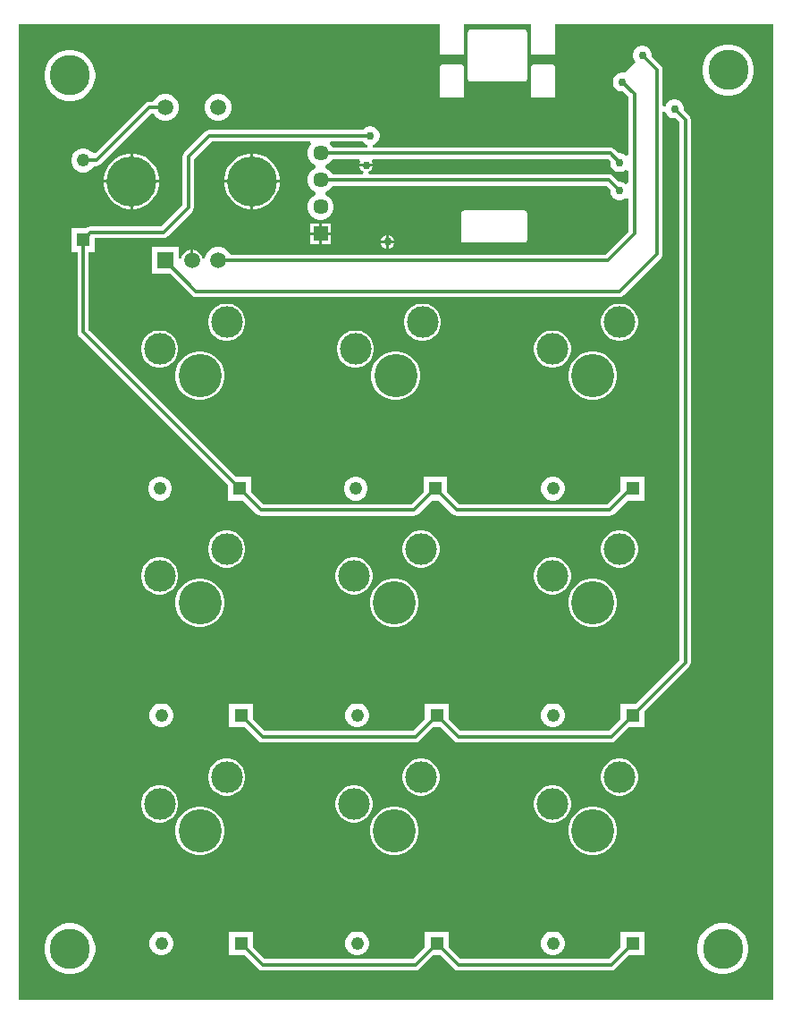
<source format=gbr>
G04*
G04 #@! TF.GenerationSoftware,Altium Limited,Altium Designer,25.8.1 (18)*
G04*
G04 Layer_Physical_Order=1*
G04 Layer_Color=255*
%FSLAX44Y44*%
%MOMM*%
G71*
G04*
G04 #@! TF.SameCoordinates,DF3AAA51-F136-4719-93B0-9B07129043F7*
G04*
G04*
G04 #@! TF.FilePolarity,Positive*
G04*
G01*
G75*
%ADD26C,0.3048*%
%ADD27C,4.0894*%
%ADD28R,1.4500X1.4500*%
%ADD29C,1.4500*%
%ADD30C,3.8100*%
%ADD31C,4.7400*%
%ADD32C,1.5000*%
%ADD33C,3.0000*%
%ADD34R,1.2380X1.2380*%
%ADD35C,1.2380*%
%ADD36R,1.2380X1.2380*%
%ADD37R,1.5000X1.5000*%
%ADD38C,0.7620*%
G36*
X1141656Y20394D02*
X426795D01*
Y943536D01*
X825450D01*
Y917350D01*
X825647Y916359D01*
X826209Y915519D01*
X827049Y914957D01*
X828040Y914760D01*
X845820D01*
X846811Y914957D01*
X847651Y915519D01*
X848213Y916359D01*
X848410Y917350D01*
Y943536D01*
X911810D01*
Y917350D01*
X912007Y916359D01*
X912569Y915519D01*
X913409Y914957D01*
X914400Y914760D01*
X932180D01*
X933171Y914957D01*
X934011Y915519D01*
X934573Y916359D01*
X934770Y917350D01*
Y943536D01*
X1141656D01*
Y20394D01*
D02*
G37*
%LPC*%
G36*
X1018440Y923290D02*
X1016100D01*
X1013839Y922684D01*
X1011811Y921514D01*
X1010156Y919859D01*
X1008986Y917831D01*
X1008380Y915570D01*
Y913230D01*
X1008986Y910969D01*
X1010156Y908941D01*
X1010984Y908114D01*
X1000471Y897601D01*
X999390Y897890D01*
X997050D01*
X994789Y897284D01*
X992761Y896114D01*
X991106Y894459D01*
X989936Y892431D01*
X989330Y890170D01*
Y887830D01*
X989936Y885569D01*
X991106Y883541D01*
X992761Y881886D01*
X994789Y880716D01*
X997050Y880110D01*
X999390D01*
X999413Y880116D01*
X1004212Y875317D01*
Y820433D01*
X1001672Y819381D01*
X1001139Y819914D01*
X999111Y821084D01*
X996850Y821690D01*
X994510D01*
X994487Y821684D01*
X990636Y825536D01*
X988871Y826714D01*
X986790Y827129D01*
X762303D01*
X761968Y829669D01*
X762891Y829916D01*
X764919Y831086D01*
X766574Y832741D01*
X767744Y834769D01*
X768350Y837030D01*
Y839370D01*
X767744Y841631D01*
X766574Y843659D01*
X764919Y845314D01*
X762891Y846484D01*
X760630Y847090D01*
X758290D01*
X756029Y846484D01*
X754001Y845314D01*
X752346Y843659D01*
X752335Y843639D01*
X607060D01*
X604979Y843224D01*
X603214Y842046D01*
X583339Y822170D01*
X582160Y820406D01*
X581746Y818325D01*
Y772318D01*
X561627Y752198D01*
X494132D01*
X492050Y751785D01*
X490614Y750825D01*
X476410D01*
Y728285D01*
X482242D01*
Y652365D01*
X482655Y650284D01*
X483834Y648519D01*
X624585Y507769D01*
Y492920D01*
X639434D01*
X652329Y480024D01*
X654094Y478845D01*
X656175Y478432D01*
X800955D01*
X803036Y478845D01*
X804801Y480024D01*
X817696Y492920D01*
X824854D01*
X837749Y480024D01*
X839514Y478845D01*
X841595Y478432D01*
X986375D01*
X988456Y478845D01*
X990221Y480024D01*
X1003116Y492920D01*
X1019235D01*
Y515460D01*
X996695D01*
Y501881D01*
X984122Y489309D01*
X843848D01*
X832545Y500611D01*
Y515460D01*
X810005D01*
Y500611D01*
X798702Y489309D01*
X658428D01*
X647125Y500611D01*
Y515460D01*
X632276D01*
X493119Y654618D01*
Y728285D01*
X498950D01*
Y741321D01*
X563880D01*
X565961Y741736D01*
X567726Y742914D01*
X591031Y766219D01*
X592209Y767984D01*
X592623Y770065D01*
Y816072D01*
X609313Y832762D01*
X702512D01*
X703564Y830221D01*
X702604Y829261D01*
X700980Y826449D01*
X700140Y823313D01*
Y820067D01*
X700980Y816931D01*
X702604Y814119D01*
X704899Y811824D01*
X707464Y810343D01*
X707668Y808990D01*
X707464Y807637D01*
X704899Y806156D01*
X702604Y803861D01*
X700980Y801049D01*
X700140Y797913D01*
Y794667D01*
X700980Y791531D01*
X702604Y788719D01*
X704899Y786423D01*
X707464Y784943D01*
X707668Y783590D01*
X707464Y782237D01*
X704899Y780757D01*
X702604Y778461D01*
X700980Y775649D01*
X700140Y772513D01*
Y769267D01*
X700980Y766131D01*
X702604Y763319D01*
X704899Y761023D01*
X707711Y759400D01*
X710847Y758560D01*
X714093D01*
X717229Y759400D01*
X720041Y761023D01*
X722337Y763319D01*
X723960Y766131D01*
X724800Y769267D01*
Y772513D01*
X723960Y775649D01*
X722337Y778461D01*
X720041Y780757D01*
X717477Y782237D01*
X717272Y783590D01*
X717477Y784943D01*
X720041Y786423D01*
X722337Y788719D01*
X723568Y790852D01*
X983267D01*
X986796Y787323D01*
X986790Y787300D01*
Y784960D01*
X987396Y782699D01*
X988566Y780671D01*
X990221Y779016D01*
X992249Y777846D01*
X994510Y777240D01*
X996850D01*
X999111Y777846D01*
X1001139Y779016D01*
X1001672Y779549D01*
X1004212Y778497D01*
Y748030D01*
X1004219Y747992D01*
Y747750D01*
X981997Y725528D01*
X626936D01*
X625616Y727814D01*
X623274Y730156D01*
X620406Y731813D01*
X617206Y732670D01*
X613894D01*
X610694Y731813D01*
X607826Y730156D01*
X605484Y727814D01*
X603827Y724946D01*
X602970Y721746D01*
X600473Y721849D01*
X599906Y723965D01*
X598584Y726255D01*
X596715Y728124D01*
X594425Y729446D01*
X591872Y730130D01*
X591820D01*
Y720090D01*
X589280D01*
Y730130D01*
X589228D01*
X586675Y729446D01*
X584385Y728124D01*
X582516Y726255D01*
X581194Y723965D01*
X580670Y722009D01*
X578130Y722343D01*
Y732670D01*
X552970D01*
Y707510D01*
X570439D01*
X590914Y687034D01*
X592679Y685855D01*
X594760Y685442D01*
X995680D01*
X997761Y685855D01*
X999526Y687034D01*
X1035086Y722594D01*
X1036264Y724359D01*
X1036678Y726440D01*
Y860757D01*
X1039219Y861092D01*
X1039466Y860169D01*
X1040636Y858141D01*
X1042291Y856486D01*
X1044319Y855316D01*
X1046580Y854710D01*
X1048920D01*
X1048943Y854716D01*
X1052471Y851187D01*
Y341758D01*
X1011544Y300830D01*
X996695D01*
Y285981D01*
X985392Y274678D01*
X845118D01*
X833815Y285981D01*
Y300830D01*
X811275D01*
Y285981D01*
X799972Y274678D01*
X659698D01*
X648395Y285981D01*
Y300830D01*
X625855D01*
Y278290D01*
X640704D01*
X653599Y265394D01*
X655364Y264216D01*
X657445Y263801D01*
X802225D01*
X804306Y264216D01*
X806071Y265394D01*
X818966Y278290D01*
X826124D01*
X839019Y265394D01*
X840784Y264216D01*
X842865Y263801D01*
X987645D01*
X989726Y264216D01*
X991491Y265394D01*
X1004386Y278290D01*
X1019235D01*
Y293139D01*
X1061756Y335659D01*
X1062934Y337424D01*
X1063348Y339505D01*
Y853440D01*
X1062934Y855521D01*
X1061756Y857286D01*
X1056634Y862407D01*
X1056640Y862430D01*
Y864770D01*
X1056034Y867031D01*
X1054864Y869059D01*
X1053209Y870714D01*
X1051181Y871884D01*
X1048920Y872490D01*
X1046580D01*
X1044319Y871884D01*
X1042291Y870714D01*
X1040636Y869059D01*
X1039466Y867031D01*
X1039219Y866108D01*
X1036678Y866443D01*
Y900430D01*
X1036264Y902511D01*
X1035086Y904276D01*
X1026154Y913207D01*
X1026160Y913230D01*
Y915570D01*
X1025554Y917831D01*
X1024384Y919859D01*
X1022729Y921514D01*
X1020701Y922684D01*
X1018440Y923290D01*
D02*
G37*
G36*
X905510Y938990D02*
X854710D01*
X853719Y938793D01*
X852879Y938231D01*
X852317Y937391D01*
X852120Y936400D01*
Y891950D01*
X852317Y890959D01*
X852879Y890119D01*
X853719Y889557D01*
X854710Y889360D01*
X905510D01*
X906501Y889557D01*
X907341Y890119D01*
X907903Y890959D01*
X908100Y891950D01*
Y936400D01*
X907903Y937391D01*
X907341Y938231D01*
X906501Y938793D01*
X905510Y938990D01*
D02*
G37*
G36*
X1100927Y924560D02*
X1096173D01*
X1091512Y923633D01*
X1087120Y921814D01*
X1083168Y919173D01*
X1079807Y915812D01*
X1077166Y911860D01*
X1075347Y907468D01*
X1074420Y902807D01*
Y898053D01*
X1075347Y893391D01*
X1077166Y889000D01*
X1079807Y885048D01*
X1083168Y881687D01*
X1087120Y879046D01*
X1091512Y877227D01*
X1096173Y876300D01*
X1100927D01*
X1105589Y877227D01*
X1109980Y879046D01*
X1113932Y881687D01*
X1117293Y885048D01*
X1119934Y889000D01*
X1121753Y893391D01*
X1122680Y898053D01*
Y902807D01*
X1121753Y907468D01*
X1119934Y911860D01*
X1117293Y915812D01*
X1113932Y919173D01*
X1109980Y921814D01*
X1105589Y923633D01*
X1100927Y924560D01*
D02*
G37*
G36*
X932180Y905970D02*
X914400D01*
X913409Y905773D01*
X912569Y905211D01*
X912007Y904371D01*
X911810Y903380D01*
Y876710D01*
X912007Y875719D01*
X912569Y874879D01*
X913409Y874317D01*
X914400Y874120D01*
X932180D01*
X933171Y874317D01*
X934011Y874879D01*
X934573Y875719D01*
X934770Y876710D01*
Y903380D01*
X934573Y904371D01*
X934011Y905211D01*
X933171Y905773D01*
X932180Y905970D01*
D02*
G37*
G36*
X845820D02*
X828040D01*
X827049Y905773D01*
X826209Y905211D01*
X825647Y904371D01*
X825450Y903380D01*
Y876710D01*
X825647Y875719D01*
X826209Y874879D01*
X827049Y874317D01*
X828040Y874120D01*
X845820D01*
X846811Y874317D01*
X847651Y874879D01*
X848213Y875719D01*
X848410Y876710D01*
Y903380D01*
X848213Y904371D01*
X847651Y905211D01*
X846811Y905773D01*
X845820Y905970D01*
D02*
G37*
G36*
X477357Y919480D02*
X472603D01*
X467942Y918553D01*
X463550Y916734D01*
X459598Y914093D01*
X456237Y910732D01*
X453596Y906780D01*
X451777Y902389D01*
X450850Y897727D01*
Y892973D01*
X451777Y888311D01*
X453596Y883920D01*
X456237Y879968D01*
X459598Y876607D01*
X463550Y873966D01*
X467942Y872147D01*
X472603Y871220D01*
X477357D01*
X482019Y872147D01*
X486410Y873966D01*
X490362Y876607D01*
X493723Y879968D01*
X496364Y883920D01*
X498183Y888311D01*
X499110Y892973D01*
Y897727D01*
X498183Y902389D01*
X496364Y906780D01*
X493723Y910732D01*
X490362Y914093D01*
X486410Y916734D01*
X482019Y918553D01*
X477357Y919480D01*
D02*
G37*
G36*
X617206Y877670D02*
X613894D01*
X610694Y876813D01*
X607826Y875156D01*
X605484Y872814D01*
X603827Y869946D01*
X602970Y866746D01*
Y863434D01*
X603827Y860234D01*
X605484Y857366D01*
X607826Y855023D01*
X610694Y853367D01*
X613894Y852510D01*
X617206D01*
X620406Y853367D01*
X623274Y855023D01*
X625616Y857366D01*
X627273Y860234D01*
X628130Y863434D01*
Y866746D01*
X627273Y869946D01*
X625616Y872814D01*
X623274Y875156D01*
X620406Y876813D01*
X617206Y877670D01*
D02*
G37*
G36*
X567206D02*
X563894D01*
X560694Y876813D01*
X557826Y875156D01*
X555484Y872814D01*
X554037Y870309D01*
X549910D01*
X547829Y869894D01*
X546064Y868716D01*
X499471Y822122D01*
X498400Y822015D01*
X496150Y822393D01*
X494600Y823943D01*
X492030Y825427D01*
X489164Y826195D01*
X486196D01*
X483330Y825427D01*
X480760Y823943D01*
X478662Y821845D01*
X477178Y819275D01*
X476410Y816409D01*
Y813441D01*
X477178Y810575D01*
X478662Y808005D01*
X480760Y805907D01*
X483330Y804423D01*
X486196Y803655D01*
X489164D01*
X492030Y804423D01*
X494600Y805907D01*
X496698Y808005D01*
X497554Y809486D01*
X499965D01*
X502046Y809901D01*
X503811Y811079D01*
X551952Y859221D01*
X554531Y859016D01*
X555484Y857366D01*
X557826Y855023D01*
X560694Y853367D01*
X563894Y852510D01*
X567206D01*
X570406Y853367D01*
X573274Y855023D01*
X575616Y857366D01*
X577273Y860234D01*
X578130Y863434D01*
Y866746D01*
X577273Y869946D01*
X575616Y872814D01*
X573274Y875156D01*
X570406Y876813D01*
X567206Y877670D01*
D02*
G37*
G36*
X650134Y821330D02*
X648820D01*
Y796360D01*
X673790D01*
Y797674D01*
X672782Y802744D01*
X670804Y807519D01*
X667932Y811817D01*
X664277Y815472D01*
X659979Y818344D01*
X655204Y820322D01*
X650134Y821330D01*
D02*
G37*
G36*
X646280D02*
X644966D01*
X639896Y820322D01*
X635121Y818344D01*
X630823Y815472D01*
X627168Y811817D01*
X624296Y807519D01*
X622318Y802744D01*
X621310Y797674D01*
Y796360D01*
X646280D01*
Y821330D01*
D02*
G37*
G36*
X536134D02*
X534820D01*
Y796360D01*
X559790D01*
Y797674D01*
X558782Y802744D01*
X556804Y807519D01*
X553932Y811817D01*
X550277Y815472D01*
X545979Y818344D01*
X541204Y820322D01*
X536134Y821330D01*
D02*
G37*
G36*
X532280D02*
X530966D01*
X525896Y820322D01*
X521121Y818344D01*
X516823Y815472D01*
X513168Y811817D01*
X510296Y807519D01*
X508318Y802744D01*
X507310Y797674D01*
Y796360D01*
X532280D01*
Y821330D01*
D02*
G37*
G36*
X673790Y793820D02*
X648820D01*
Y768850D01*
X650134D01*
X655204Y769858D01*
X659979Y771836D01*
X664277Y774708D01*
X667932Y778363D01*
X670804Y782661D01*
X672782Y787436D01*
X673790Y792506D01*
Y793820D01*
D02*
G37*
G36*
X646280D02*
X621310D01*
Y792506D01*
X622318Y787436D01*
X624296Y782661D01*
X627168Y778363D01*
X630823Y774708D01*
X635121Y771836D01*
X639896Y769858D01*
X644966Y768850D01*
X646280D01*
Y793820D01*
D02*
G37*
G36*
X559790D02*
X534820D01*
Y768850D01*
X536134D01*
X541204Y769858D01*
X545979Y771836D01*
X550277Y774708D01*
X553932Y778363D01*
X556804Y782661D01*
X558782Y787436D01*
X559790Y792506D01*
Y793820D01*
D02*
G37*
G36*
X532280D02*
X507310D01*
Y792506D01*
X508318Y787436D01*
X510296Y782661D01*
X513168Y778363D01*
X516823Y774708D01*
X521121Y771836D01*
X525896Y769858D01*
X530966Y768850D01*
X532280D01*
Y793820D01*
D02*
G37*
G36*
X722260Y755280D02*
X713740D01*
Y746760D01*
X722260D01*
Y755280D01*
D02*
G37*
G36*
X711200D02*
X702680D01*
Y746760D01*
X711200D01*
Y755280D01*
D02*
G37*
G36*
X777240Y744217D02*
Y739140D01*
X782317D01*
X781353Y741467D01*
X779567Y743253D01*
X777240Y744217D01*
D02*
G37*
G36*
X774700D02*
X772373Y743253D01*
X770587Y741467D01*
X769623Y739140D01*
X774700D01*
Y744217D01*
D02*
G37*
G36*
X905510Y767540D02*
X848360D01*
X847369Y767343D01*
X846529Y766781D01*
X845967Y765941D01*
X845770Y764950D01*
Y739550D01*
X845967Y738559D01*
X846529Y737719D01*
X847369Y737157D01*
X848360Y736960D01*
X905510D01*
X906501Y737157D01*
X907341Y737719D01*
X907903Y738559D01*
X908100Y739550D01*
Y764950D01*
X907903Y765941D01*
X907341Y766781D01*
X906501Y767343D01*
X905510Y767540D01*
D02*
G37*
G36*
X722260Y744220D02*
X713740D01*
Y735700D01*
X722260D01*
Y744220D01*
D02*
G37*
G36*
X711200D02*
X702680D01*
Y735700D01*
X711200D01*
Y744220D01*
D02*
G37*
G36*
X782317Y736600D02*
X777240D01*
Y731523D01*
X779567Y732487D01*
X781353Y734273D01*
X782317Y736600D01*
D02*
G37*
G36*
X774700D02*
X769623D01*
X770587Y734273D01*
X772373Y732487D01*
X774700Y731523D01*
Y736600D01*
D02*
G37*
G36*
X997408Y679210D02*
X993952D01*
X990564Y678536D01*
X987372Y677214D01*
X984499Y675294D01*
X982056Y672851D01*
X980136Y669978D01*
X978814Y666786D01*
X978140Y663398D01*
Y659942D01*
X978814Y656554D01*
X980136Y653362D01*
X982056Y650489D01*
X984499Y648046D01*
X987372Y646126D01*
X990564Y644804D01*
X993952Y644130D01*
X997408D01*
X1000796Y644804D01*
X1003988Y646126D01*
X1006861Y648046D01*
X1009304Y650489D01*
X1011224Y653362D01*
X1012546Y656554D01*
X1013220Y659942D01*
Y663398D01*
X1012546Y666786D01*
X1011224Y669978D01*
X1009304Y672851D01*
X1006861Y675294D01*
X1003988Y677214D01*
X1000796Y678536D01*
X997408Y679210D01*
D02*
G37*
G36*
X810717D02*
X807262D01*
X803874Y678536D01*
X800682Y677214D01*
X797809Y675294D01*
X795366Y672851D01*
X793446Y669978D01*
X792124Y666786D01*
X791450Y663398D01*
Y659942D01*
X792124Y656554D01*
X793446Y653362D01*
X795366Y650489D01*
X797809Y648046D01*
X800682Y646126D01*
X803874Y644804D01*
X807262Y644130D01*
X810717D01*
X814106Y644804D01*
X817298Y646126D01*
X820171Y648046D01*
X822614Y650489D01*
X824534Y653362D01*
X825856Y656554D01*
X826530Y659942D01*
Y663398D01*
X825856Y666786D01*
X824534Y669978D01*
X822614Y672851D01*
X820171Y675294D01*
X817298Y677214D01*
X814106Y678536D01*
X810717Y679210D01*
D02*
G37*
G36*
X625298D02*
X621842D01*
X618454Y678536D01*
X615262Y677214D01*
X612389Y675294D01*
X609946Y672851D01*
X608026Y669978D01*
X606704Y666786D01*
X606030Y663398D01*
Y659942D01*
X606704Y656554D01*
X608026Y653362D01*
X609946Y650489D01*
X612389Y648046D01*
X615262Y646126D01*
X618454Y644804D01*
X621842Y644130D01*
X625298D01*
X628686Y644804D01*
X631878Y646126D01*
X634751Y648046D01*
X637194Y650489D01*
X639114Y653362D01*
X640436Y656554D01*
X641110Y659942D01*
Y663398D01*
X640436Y666786D01*
X639114Y669978D01*
X637194Y672851D01*
X634751Y675294D01*
X631878Y677214D01*
X628686Y678536D01*
X625298Y679210D01*
D02*
G37*
G36*
X933907Y653810D02*
X930452D01*
X927064Y653136D01*
X923872Y651814D01*
X920999Y649894D01*
X918556Y647451D01*
X916636Y644578D01*
X915314Y641386D01*
X914640Y637998D01*
Y634543D01*
X915314Y631154D01*
X916636Y627962D01*
X918556Y625089D01*
X920999Y622646D01*
X923872Y620726D01*
X927064Y619404D01*
X930452Y618730D01*
X933907D01*
X937296Y619404D01*
X940488Y620726D01*
X943361Y622646D01*
X945804Y625089D01*
X947724Y627962D01*
X949046Y631154D01*
X949720Y634543D01*
Y637998D01*
X949046Y641386D01*
X947724Y644578D01*
X945804Y647451D01*
X943361Y649894D01*
X940488Y651814D01*
X937296Y653136D01*
X933907Y653810D01*
D02*
G37*
G36*
X747217D02*
X743763D01*
X740374Y653136D01*
X737182Y651814D01*
X734309Y649894D01*
X731866Y647451D01*
X729946Y644578D01*
X728624Y641386D01*
X727950Y637998D01*
Y634543D01*
X728624Y631154D01*
X729946Y627962D01*
X731866Y625089D01*
X734309Y622646D01*
X737182Y620726D01*
X740374Y619404D01*
X743763Y618730D01*
X747217D01*
X750606Y619404D01*
X753798Y620726D01*
X756671Y622646D01*
X759114Y625089D01*
X761034Y627962D01*
X762356Y631154D01*
X763030Y634543D01*
Y637998D01*
X762356Y641386D01*
X761034Y644578D01*
X759114Y647451D01*
X756671Y649894D01*
X753798Y651814D01*
X750606Y653136D01*
X747217Y653810D01*
D02*
G37*
G36*
X561797D02*
X558343D01*
X554954Y653136D01*
X551762Y651814D01*
X548889Y649894D01*
X546446Y647451D01*
X544526Y644578D01*
X543204Y641386D01*
X542530Y637998D01*
Y634543D01*
X543204Y631154D01*
X544526Y627962D01*
X546446Y625089D01*
X548889Y622646D01*
X551762Y620726D01*
X554954Y619404D01*
X558343Y618730D01*
X561797D01*
X565186Y619404D01*
X568378Y620726D01*
X571251Y622646D01*
X573694Y625089D01*
X575614Y627962D01*
X576936Y631154D01*
X577610Y634543D01*
Y637998D01*
X576936Y641386D01*
X575614Y644578D01*
X573694Y647451D01*
X571251Y649894D01*
X568378Y651814D01*
X565186Y653136D01*
X561797Y653810D01*
D02*
G37*
G36*
X972544Y633857D02*
X968016D01*
X963575Y632974D01*
X959392Y631241D01*
X955627Y628725D01*
X952425Y625523D01*
X949909Y621758D01*
X948176Y617575D01*
X947293Y613134D01*
Y608606D01*
X948176Y604165D01*
X949909Y599982D01*
X952425Y596217D01*
X955627Y593015D01*
X959392Y590499D01*
X963575Y588766D01*
X968016Y587883D01*
X972544D01*
X976985Y588766D01*
X981168Y590499D01*
X984933Y593015D01*
X988135Y596217D01*
X990651Y599982D01*
X992384Y604165D01*
X993267Y608606D01*
Y613134D01*
X992384Y617575D01*
X990651Y621758D01*
X988135Y625523D01*
X984933Y628725D01*
X981168Y631241D01*
X976985Y632974D01*
X972544Y633857D01*
D02*
G37*
G36*
X785854D02*
X781326D01*
X776885Y632974D01*
X772702Y631241D01*
X768937Y628725D01*
X765735Y625523D01*
X763219Y621758D01*
X761486Y617575D01*
X760603Y613134D01*
Y608606D01*
X761486Y604165D01*
X763219Y599982D01*
X765735Y596217D01*
X768937Y593015D01*
X772702Y590499D01*
X776885Y588766D01*
X781326Y587883D01*
X785854D01*
X790295Y588766D01*
X794478Y590499D01*
X798243Y593015D01*
X801445Y596217D01*
X803961Y599982D01*
X805694Y604165D01*
X806577Y608606D01*
Y613134D01*
X805694Y617575D01*
X803961Y621758D01*
X801445Y625523D01*
X798243Y628725D01*
X794478Y631241D01*
X790295Y632974D01*
X785854Y633857D01*
D02*
G37*
G36*
X600434D02*
X595906D01*
X591465Y632974D01*
X587282Y631241D01*
X583517Y628725D01*
X580315Y625523D01*
X577799Y621758D01*
X576066Y617575D01*
X575183Y613134D01*
Y608606D01*
X576066Y604165D01*
X577799Y599982D01*
X580315Y596217D01*
X583517Y593015D01*
X587282Y590499D01*
X591465Y588766D01*
X595906Y587883D01*
X600434D01*
X604875Y588766D01*
X609058Y590499D01*
X612823Y593015D01*
X616025Y596217D01*
X618541Y599982D01*
X620274Y604165D01*
X621157Y608606D01*
Y613134D01*
X620274Y617575D01*
X618541Y621758D01*
X616025Y625523D01*
X612823Y628725D01*
X609058Y631241D01*
X604875Y632974D01*
X600434Y633857D01*
D02*
G37*
G36*
X934079Y515460D02*
X931111D01*
X928245Y514692D01*
X925675Y513208D01*
X923577Y511110D01*
X922093Y508540D01*
X921325Y505674D01*
Y502706D01*
X922093Y499840D01*
X923577Y497270D01*
X925675Y495172D01*
X928245Y493688D01*
X931111Y492920D01*
X934079D01*
X936945Y493688D01*
X939515Y495172D01*
X941613Y497270D01*
X943097Y499840D01*
X943865Y502706D01*
Y505674D01*
X943097Y508540D01*
X941613Y511110D01*
X939515Y513208D01*
X936945Y514692D01*
X934079Y515460D01*
D02*
G37*
G36*
X747389D02*
X744421D01*
X741555Y514692D01*
X738985Y513208D01*
X736887Y511110D01*
X735403Y508540D01*
X734635Y505674D01*
Y502706D01*
X735403Y499840D01*
X736887Y497270D01*
X738985Y495172D01*
X741555Y493688D01*
X744421Y492920D01*
X747389D01*
X750255Y493688D01*
X752825Y495172D01*
X754923Y497270D01*
X756407Y499840D01*
X757175Y502706D01*
Y505674D01*
X756407Y508540D01*
X754923Y511110D01*
X752825Y513208D01*
X750255Y514692D01*
X747389Y515460D01*
D02*
G37*
G36*
X561969D02*
X559001D01*
X556135Y514692D01*
X553565Y513208D01*
X551467Y511110D01*
X549983Y508540D01*
X549215Y505674D01*
Y502706D01*
X549983Y499840D01*
X551467Y497270D01*
X553565Y495172D01*
X556135Y493688D01*
X559001Y492920D01*
X561969D01*
X564835Y493688D01*
X567405Y495172D01*
X569503Y497270D01*
X570987Y499840D01*
X571755Y502706D01*
Y505674D01*
X570987Y508540D01*
X569503Y511110D01*
X567405Y513208D01*
X564835Y514692D01*
X561969Y515460D01*
D02*
G37*
G36*
X997408Y464580D02*
X993952D01*
X990564Y463906D01*
X987372Y462584D01*
X984499Y460664D01*
X982056Y458221D01*
X980136Y455348D01*
X978814Y452156D01*
X978140Y448768D01*
Y445312D01*
X978814Y441924D01*
X980136Y438732D01*
X982056Y435859D01*
X984499Y433416D01*
X987372Y431496D01*
X990564Y430174D01*
X993952Y429500D01*
X997408D01*
X1000796Y430174D01*
X1003988Y431496D01*
X1006861Y433416D01*
X1009304Y435859D01*
X1011224Y438732D01*
X1012546Y441924D01*
X1013220Y445312D01*
Y448768D01*
X1012546Y452156D01*
X1011224Y455348D01*
X1009304Y458221D01*
X1006861Y460664D01*
X1003988Y462584D01*
X1000796Y463906D01*
X997408Y464580D01*
D02*
G37*
G36*
X809447D02*
X805993D01*
X802604Y463906D01*
X799412Y462584D01*
X796539Y460664D01*
X794096Y458221D01*
X792176Y455348D01*
X790854Y452156D01*
X790180Y448768D01*
Y445312D01*
X790854Y441924D01*
X792176Y438732D01*
X794096Y435859D01*
X796539Y433416D01*
X799412Y431496D01*
X802604Y430174D01*
X805993Y429500D01*
X809447D01*
X812836Y430174D01*
X816028Y431496D01*
X818901Y433416D01*
X821344Y435859D01*
X823264Y438732D01*
X824586Y441924D01*
X825260Y445312D01*
Y448768D01*
X824586Y452156D01*
X823264Y455348D01*
X821344Y458221D01*
X818901Y460664D01*
X816028Y462584D01*
X812836Y463906D01*
X809447Y464580D01*
D02*
G37*
G36*
X625298D02*
X621842D01*
X618454Y463906D01*
X615262Y462584D01*
X612389Y460664D01*
X609946Y458221D01*
X608026Y455348D01*
X606704Y452156D01*
X606030Y448768D01*
Y445312D01*
X606704Y441924D01*
X608026Y438732D01*
X609946Y435859D01*
X612389Y433416D01*
X615262Y431496D01*
X618454Y430174D01*
X621842Y429500D01*
X625298D01*
X628686Y430174D01*
X631878Y431496D01*
X634751Y433416D01*
X637194Y435859D01*
X639114Y438732D01*
X640436Y441924D01*
X641110Y445312D01*
Y448768D01*
X640436Y452156D01*
X639114Y455348D01*
X637194Y458221D01*
X634751Y460664D01*
X631878Y462584D01*
X628686Y463906D01*
X625298Y464580D01*
D02*
G37*
G36*
X933907Y439180D02*
X930452D01*
X927064Y438506D01*
X923872Y437184D01*
X920999Y435264D01*
X918556Y432821D01*
X916636Y429948D01*
X915314Y426756D01*
X914640Y423368D01*
Y419912D01*
X915314Y416524D01*
X916636Y413332D01*
X918556Y410459D01*
X920999Y408016D01*
X923872Y406096D01*
X927064Y404774D01*
X930452Y404100D01*
X933907D01*
X937296Y404774D01*
X940488Y406096D01*
X943361Y408016D01*
X945804Y410459D01*
X947724Y413332D01*
X949046Y416524D01*
X949720Y419912D01*
Y423368D01*
X949046Y426756D01*
X947724Y429948D01*
X945804Y432821D01*
X943361Y435264D01*
X940488Y437184D01*
X937296Y438506D01*
X933907Y439180D01*
D02*
G37*
G36*
X745947D02*
X742493D01*
X739104Y438506D01*
X735912Y437184D01*
X733039Y435264D01*
X730596Y432821D01*
X728676Y429948D01*
X727354Y426756D01*
X726680Y423368D01*
Y419912D01*
X727354Y416524D01*
X728676Y413332D01*
X730596Y410459D01*
X733039Y408016D01*
X735912Y406096D01*
X739104Y404774D01*
X742493Y404100D01*
X745947D01*
X749336Y404774D01*
X752528Y406096D01*
X755401Y408016D01*
X757844Y410459D01*
X759764Y413332D01*
X761086Y416524D01*
X761760Y419912D01*
Y423368D01*
X761086Y426756D01*
X759764Y429948D01*
X757844Y432821D01*
X755401Y435264D01*
X752528Y437184D01*
X749336Y438506D01*
X745947Y439180D01*
D02*
G37*
G36*
X561797D02*
X558343D01*
X554954Y438506D01*
X551762Y437184D01*
X548889Y435264D01*
X546446Y432821D01*
X544526Y429948D01*
X543204Y426756D01*
X542530Y423368D01*
Y419912D01*
X543204Y416524D01*
X544526Y413332D01*
X546446Y410459D01*
X548889Y408016D01*
X551762Y406096D01*
X554954Y404774D01*
X558343Y404100D01*
X561797D01*
X565186Y404774D01*
X568378Y406096D01*
X571251Y408016D01*
X573694Y410459D01*
X575614Y413332D01*
X576936Y416524D01*
X577610Y419912D01*
Y423368D01*
X576936Y426756D01*
X575614Y429948D01*
X573694Y432821D01*
X571251Y435264D01*
X568378Y437184D01*
X565186Y438506D01*
X561797Y439180D01*
D02*
G37*
G36*
X972544Y419227D02*
X968016D01*
X963575Y418344D01*
X959392Y416611D01*
X955627Y414095D01*
X952425Y410893D01*
X949909Y407128D01*
X948176Y402945D01*
X947293Y398504D01*
Y393976D01*
X948176Y389535D01*
X949909Y385352D01*
X952425Y381587D01*
X955627Y378385D01*
X959392Y375869D01*
X963575Y374136D01*
X968016Y373253D01*
X972544D01*
X976985Y374136D01*
X981168Y375869D01*
X984933Y378385D01*
X988135Y381587D01*
X990651Y385352D01*
X992384Y389535D01*
X993267Y393976D01*
Y398504D01*
X992384Y402945D01*
X990651Y407128D01*
X988135Y410893D01*
X984933Y414095D01*
X981168Y416611D01*
X976985Y418344D01*
X972544Y419227D01*
D02*
G37*
G36*
X784584D02*
X780056D01*
X775615Y418344D01*
X771432Y416611D01*
X767667Y414095D01*
X764465Y410893D01*
X761949Y407128D01*
X760216Y402945D01*
X759333Y398504D01*
Y393976D01*
X760216Y389535D01*
X761949Y385352D01*
X764465Y381587D01*
X767667Y378385D01*
X771432Y375869D01*
X775615Y374136D01*
X780056Y373253D01*
X784584D01*
X789025Y374136D01*
X793208Y375869D01*
X796973Y378385D01*
X800175Y381587D01*
X802691Y385352D01*
X804424Y389535D01*
X805307Y393976D01*
Y398504D01*
X804424Y402945D01*
X802691Y407128D01*
X800175Y410893D01*
X796973Y414095D01*
X793208Y416611D01*
X789025Y418344D01*
X784584Y419227D01*
D02*
G37*
G36*
X600434D02*
X595906D01*
X591465Y418344D01*
X587282Y416611D01*
X583517Y414095D01*
X580315Y410893D01*
X577799Y407128D01*
X576066Y402945D01*
X575183Y398504D01*
Y393976D01*
X576066Y389535D01*
X577799Y385352D01*
X580315Y381587D01*
X583517Y378385D01*
X587282Y375869D01*
X591465Y374136D01*
X595906Y373253D01*
X600434D01*
X604875Y374136D01*
X609058Y375869D01*
X612823Y378385D01*
X616025Y381587D01*
X618541Y385352D01*
X620274Y389535D01*
X621157Y393976D01*
Y398504D01*
X620274Y402945D01*
X618541Y407128D01*
X616025Y410893D01*
X612823Y414095D01*
X609058Y416611D01*
X604875Y418344D01*
X600434Y419227D01*
D02*
G37*
G36*
X934079Y300830D02*
X931111D01*
X928245Y300062D01*
X925675Y298578D01*
X923577Y296480D01*
X922093Y293910D01*
X921325Y291044D01*
Y288076D01*
X922093Y285210D01*
X923577Y282640D01*
X925675Y280542D01*
X928245Y279058D01*
X931111Y278290D01*
X934079D01*
X936945Y279058D01*
X939515Y280542D01*
X941613Y282640D01*
X943097Y285210D01*
X943865Y288076D01*
Y291044D01*
X943097Y293910D01*
X941613Y296480D01*
X939515Y298578D01*
X936945Y300062D01*
X934079Y300830D01*
D02*
G37*
G36*
X748659D02*
X745691D01*
X742825Y300062D01*
X740255Y298578D01*
X738157Y296480D01*
X736673Y293910D01*
X735905Y291044D01*
Y288076D01*
X736673Y285210D01*
X738157Y282640D01*
X740255Y280542D01*
X742825Y279058D01*
X745691Y278290D01*
X748659D01*
X751525Y279058D01*
X754095Y280542D01*
X756193Y282640D01*
X757677Y285210D01*
X758445Y288076D01*
Y291044D01*
X757677Y293910D01*
X756193Y296480D01*
X754095Y298578D01*
X751525Y300062D01*
X748659Y300830D01*
D02*
G37*
G36*
X563239D02*
X560271D01*
X557405Y300062D01*
X554835Y298578D01*
X552737Y296480D01*
X551253Y293910D01*
X550485Y291044D01*
Y288076D01*
X551253Y285210D01*
X552737Y282640D01*
X554835Y280542D01*
X557405Y279058D01*
X560271Y278290D01*
X563239D01*
X566105Y279058D01*
X568675Y280542D01*
X570773Y282640D01*
X572257Y285210D01*
X573025Y288076D01*
Y291044D01*
X572257Y293910D01*
X570773Y296480D01*
X568675Y298578D01*
X566105Y300062D01*
X563239Y300830D01*
D02*
G37*
G36*
X997408Y248680D02*
X993952D01*
X990564Y248006D01*
X987372Y246684D01*
X984499Y244764D01*
X982056Y242321D01*
X980136Y239448D01*
X978814Y236256D01*
X978140Y232868D01*
Y229412D01*
X978814Y226024D01*
X980136Y222832D01*
X982056Y219959D01*
X984499Y217516D01*
X987372Y215596D01*
X990564Y214274D01*
X993952Y213600D01*
X997408D01*
X1000796Y214274D01*
X1003988Y215596D01*
X1006861Y217516D01*
X1009304Y219959D01*
X1011224Y222832D01*
X1012546Y226024D01*
X1013220Y229412D01*
Y232868D01*
X1012546Y236256D01*
X1011224Y239448D01*
X1009304Y242321D01*
X1006861Y244764D01*
X1003988Y246684D01*
X1000796Y248006D01*
X997408Y248680D01*
D02*
G37*
G36*
X809447D02*
X805993D01*
X802604Y248006D01*
X799412Y246684D01*
X796539Y244764D01*
X794096Y242321D01*
X792176Y239448D01*
X790854Y236256D01*
X790180Y232868D01*
Y229412D01*
X790854Y226024D01*
X792176Y222832D01*
X794096Y219959D01*
X796539Y217516D01*
X799412Y215596D01*
X802604Y214274D01*
X805993Y213600D01*
X809447D01*
X812836Y214274D01*
X816028Y215596D01*
X818901Y217516D01*
X821344Y219959D01*
X823264Y222832D01*
X824586Y226024D01*
X825260Y229412D01*
Y232868D01*
X824586Y236256D01*
X823264Y239448D01*
X821344Y242321D01*
X818901Y244764D01*
X816028Y246684D01*
X812836Y248006D01*
X809447Y248680D01*
D02*
G37*
G36*
X625298D02*
X621842D01*
X618454Y248006D01*
X615262Y246684D01*
X612389Y244764D01*
X609946Y242321D01*
X608026Y239448D01*
X606704Y236256D01*
X606030Y232868D01*
Y229412D01*
X606704Y226024D01*
X608026Y222832D01*
X609946Y219959D01*
X612389Y217516D01*
X615262Y215596D01*
X618454Y214274D01*
X621842Y213600D01*
X625298D01*
X628686Y214274D01*
X631878Y215596D01*
X634751Y217516D01*
X637194Y219959D01*
X639114Y222832D01*
X640436Y226024D01*
X641110Y229412D01*
Y232868D01*
X640436Y236256D01*
X639114Y239448D01*
X637194Y242321D01*
X634751Y244764D01*
X631878Y246684D01*
X628686Y248006D01*
X625298Y248680D01*
D02*
G37*
G36*
X933907Y223280D02*
X930452D01*
X927064Y222606D01*
X923872Y221284D01*
X920999Y219364D01*
X918556Y216921D01*
X916636Y214048D01*
X915314Y210856D01*
X914640Y207467D01*
Y204013D01*
X915314Y200624D01*
X916636Y197432D01*
X918556Y194559D01*
X920999Y192116D01*
X923872Y190196D01*
X927064Y188874D01*
X930452Y188200D01*
X933907D01*
X937296Y188874D01*
X940488Y190196D01*
X943361Y192116D01*
X945804Y194559D01*
X947724Y197432D01*
X949046Y200624D01*
X949720Y204013D01*
Y207467D01*
X949046Y210856D01*
X947724Y214048D01*
X945804Y216921D01*
X943361Y219364D01*
X940488Y221284D01*
X937296Y222606D01*
X933907Y223280D01*
D02*
G37*
G36*
X745947D02*
X742493D01*
X739104Y222606D01*
X735912Y221284D01*
X733039Y219364D01*
X730596Y216921D01*
X728676Y214048D01*
X727354Y210856D01*
X726680Y207467D01*
Y204013D01*
X727354Y200624D01*
X728676Y197432D01*
X730596Y194559D01*
X733039Y192116D01*
X735912Y190196D01*
X739104Y188874D01*
X742493Y188200D01*
X745947D01*
X749336Y188874D01*
X752528Y190196D01*
X755401Y192116D01*
X757844Y194559D01*
X759764Y197432D01*
X761086Y200624D01*
X761760Y204013D01*
Y207467D01*
X761086Y210856D01*
X759764Y214048D01*
X757844Y216921D01*
X755401Y219364D01*
X752528Y221284D01*
X749336Y222606D01*
X745947Y223280D01*
D02*
G37*
G36*
X561797D02*
X558343D01*
X554954Y222606D01*
X551762Y221284D01*
X548889Y219364D01*
X546446Y216921D01*
X544526Y214048D01*
X543204Y210856D01*
X542530Y207467D01*
Y204013D01*
X543204Y200624D01*
X544526Y197432D01*
X546446Y194559D01*
X548889Y192116D01*
X551762Y190196D01*
X554954Y188874D01*
X558343Y188200D01*
X561797D01*
X565186Y188874D01*
X568378Y190196D01*
X571251Y192116D01*
X573694Y194559D01*
X575614Y197432D01*
X576936Y200624D01*
X577610Y204013D01*
Y207467D01*
X576936Y210856D01*
X575614Y214048D01*
X573694Y216921D01*
X571251Y219364D01*
X568378Y221284D01*
X565186Y222606D01*
X561797Y223280D01*
D02*
G37*
G36*
X972544Y203327D02*
X968016D01*
X963575Y202444D01*
X959392Y200711D01*
X955627Y198195D01*
X952425Y194993D01*
X949909Y191228D01*
X948176Y187045D01*
X947293Y182604D01*
Y178076D01*
X948176Y173635D01*
X949909Y169452D01*
X952425Y165687D01*
X955627Y162485D01*
X959392Y159969D01*
X963575Y158236D01*
X968016Y157353D01*
X972544D01*
X976985Y158236D01*
X981168Y159969D01*
X984933Y162485D01*
X988135Y165687D01*
X990651Y169452D01*
X992384Y173635D01*
X993267Y178076D01*
Y182604D01*
X992384Y187045D01*
X990651Y191228D01*
X988135Y194993D01*
X984933Y198195D01*
X981168Y200711D01*
X976985Y202444D01*
X972544Y203327D01*
D02*
G37*
G36*
X784584D02*
X780056D01*
X775615Y202444D01*
X771432Y200711D01*
X767667Y198195D01*
X764465Y194993D01*
X761949Y191228D01*
X760216Y187045D01*
X759333Y182604D01*
Y178076D01*
X760216Y173635D01*
X761949Y169452D01*
X764465Y165687D01*
X767667Y162485D01*
X771432Y159969D01*
X775615Y158236D01*
X780056Y157353D01*
X784584D01*
X789025Y158236D01*
X793208Y159969D01*
X796973Y162485D01*
X800175Y165687D01*
X802691Y169452D01*
X804424Y173635D01*
X805307Y178076D01*
Y182604D01*
X804424Y187045D01*
X802691Y191228D01*
X800175Y194993D01*
X796973Y198195D01*
X793208Y200711D01*
X789025Y202444D01*
X784584Y203327D01*
D02*
G37*
G36*
X600434D02*
X595906D01*
X591465Y202444D01*
X587282Y200711D01*
X583517Y198195D01*
X580315Y194993D01*
X577799Y191228D01*
X576066Y187045D01*
X575183Y182604D01*
Y178076D01*
X576066Y173635D01*
X577799Y169452D01*
X580315Y165687D01*
X583517Y162485D01*
X587282Y159969D01*
X591465Y158236D01*
X595906Y157353D01*
X600434D01*
X604875Y158236D01*
X609058Y159969D01*
X612823Y162485D01*
X616025Y165687D01*
X618541Y169452D01*
X620274Y173635D01*
X621157Y178076D01*
Y182604D01*
X620274Y187045D01*
X618541Y191228D01*
X616025Y194993D01*
X612823Y198195D01*
X609058Y200711D01*
X604875Y202444D01*
X600434Y203327D01*
D02*
G37*
G36*
X934079Y84930D02*
X931111D01*
X928245Y84162D01*
X925675Y82678D01*
X923577Y80580D01*
X922093Y78010D01*
X921325Y75144D01*
Y72176D01*
X922093Y69310D01*
X923577Y66740D01*
X925675Y64642D01*
X928245Y63158D01*
X931111Y62390D01*
X934079D01*
X936945Y63158D01*
X939515Y64642D01*
X941613Y66740D01*
X943097Y69310D01*
X943865Y72176D01*
Y75144D01*
X943097Y78010D01*
X941613Y80580D01*
X939515Y82678D01*
X936945Y84162D01*
X934079Y84930D01*
D02*
G37*
G36*
X748659D02*
X745691D01*
X742825Y84162D01*
X740255Y82678D01*
X738157Y80580D01*
X736673Y78010D01*
X735905Y75144D01*
Y72176D01*
X736673Y69310D01*
X738157Y66740D01*
X740255Y64642D01*
X742825Y63158D01*
X745691Y62390D01*
X748659D01*
X751525Y63158D01*
X754095Y64642D01*
X756193Y66740D01*
X757677Y69310D01*
X758445Y72176D01*
Y75144D01*
X757677Y78010D01*
X756193Y80580D01*
X754095Y82678D01*
X751525Y84162D01*
X748659Y84930D01*
D02*
G37*
G36*
X563239D02*
X560271D01*
X557405Y84162D01*
X554835Y82678D01*
X552737Y80580D01*
X551253Y78010D01*
X550485Y75144D01*
Y72176D01*
X551253Y69310D01*
X552737Y66740D01*
X554835Y64642D01*
X557405Y63158D01*
X560271Y62390D01*
X563239D01*
X566105Y63158D01*
X568675Y64642D01*
X570773Y66740D01*
X572257Y69310D01*
X573025Y72176D01*
Y75144D01*
X572257Y78010D01*
X570773Y80580D01*
X568675Y82678D01*
X566105Y84162D01*
X563239Y84930D01*
D02*
G37*
G36*
X1019235D02*
X996695D01*
Y70081D01*
X985392Y58779D01*
X845118D01*
X833815Y70081D01*
Y84930D01*
X811275D01*
Y70081D01*
X799972Y58779D01*
X659698D01*
X648395Y70081D01*
Y84930D01*
X625855D01*
Y62390D01*
X640704D01*
X653599Y49494D01*
X655364Y48316D01*
X657445Y47902D01*
X802225D01*
X804306Y48316D01*
X806071Y49494D01*
X818966Y62390D01*
X826124D01*
X839019Y49494D01*
X840784Y48316D01*
X842865Y47902D01*
X987645D01*
X989726Y48316D01*
X991491Y49494D01*
X1004386Y62390D01*
X1019235D01*
Y84930D01*
D02*
G37*
G36*
X1095847Y92710D02*
X1091093D01*
X1086432Y91783D01*
X1082040Y89964D01*
X1078088Y87323D01*
X1074727Y83962D01*
X1072086Y80010D01*
X1070267Y75619D01*
X1069340Y70957D01*
Y66203D01*
X1070267Y61542D01*
X1072086Y57150D01*
X1074727Y53198D01*
X1078088Y49837D01*
X1082040Y47196D01*
X1086432Y45377D01*
X1091093Y44450D01*
X1095847D01*
X1100508Y45377D01*
X1104900Y47196D01*
X1108852Y49837D01*
X1112213Y53198D01*
X1114854Y57150D01*
X1116673Y61542D01*
X1117600Y66203D01*
Y70957D01*
X1116673Y75619D01*
X1114854Y80010D01*
X1112213Y83962D01*
X1108852Y87323D01*
X1104900Y89964D01*
X1100508Y91783D01*
X1095847Y92710D01*
D02*
G37*
G36*
X477357D02*
X472603D01*
X467942Y91783D01*
X463550Y89964D01*
X459598Y87323D01*
X456237Y83962D01*
X453596Y80010D01*
X451777Y75619D01*
X450850Y70957D01*
Y66203D01*
X451777Y61542D01*
X453596Y57150D01*
X456237Y53198D01*
X459598Y49837D01*
X463550Y47196D01*
X467942Y45377D01*
X472603Y44450D01*
X477357D01*
X482019Y45377D01*
X486410Y47196D01*
X490362Y49837D01*
X493723Y53198D01*
X496364Y57150D01*
X498183Y61542D01*
X499110Y66203D01*
Y70957D01*
X498183Y75619D01*
X496364Y80010D01*
X493723Y83962D01*
X490362Y87323D01*
X486410Y89964D01*
X482019Y91783D01*
X477357Y92710D01*
D02*
G37*
%LPD*%
G36*
X752346Y832741D02*
X754001Y831086D01*
X756029Y829916D01*
X756952Y829669D01*
X756617Y827129D01*
X723568D01*
X722337Y829261D01*
X721376Y830221D01*
X722428Y832762D01*
X752335D01*
X752346Y832741D01*
D02*
G37*
G36*
X986796Y813993D02*
X986790Y813970D01*
Y811630D01*
X987396Y809369D01*
X988566Y807341D01*
X990221Y805686D01*
X992249Y804516D01*
X994510Y803910D01*
X996850D01*
X999111Y804516D01*
X1001139Y805686D01*
X1001672Y806219D01*
X1004212Y805167D01*
Y793763D01*
X1001672Y792711D01*
X1001139Y793244D01*
X999111Y794414D01*
X996850Y795020D01*
X994510D01*
X994487Y795014D01*
X989366Y800136D01*
X987601Y801314D01*
X985520Y801729D01*
X758284D01*
X757779Y804268D01*
X759247Y804877D01*
X761033Y806663D01*
X761997Y808990D01*
X749303D01*
X750267Y806663D01*
X752053Y804877D01*
X753521Y804268D01*
X753016Y801729D01*
X723568D01*
X722337Y803861D01*
X720041Y806156D01*
X717477Y807637D01*
X717272Y808990D01*
X717477Y810343D01*
X720041Y811824D01*
X722337Y814119D01*
X723568Y816252D01*
X749069D01*
X750267Y813857D01*
X749303Y811530D01*
X761997D01*
X761033Y813857D01*
X762231Y816252D01*
X984537D01*
X986796Y813993D01*
D02*
G37*
D26*
X587185Y818325D02*
X607060Y838200D01*
X587185Y770065D02*
Y818325D01*
X607060Y838200D02*
X759460D01*
X563880Y746760D02*
X587185Y770065D01*
X494132Y746760D02*
X563880D01*
X492346Y744221D02*
Y744975D01*
X494132Y746760D01*
X487680Y739555D02*
X492346Y744221D01*
X998220Y889000D02*
X1009650Y877570D01*
X1017270Y914400D02*
X1031240Y900430D01*
Y726440D02*
Y900430D01*
X995680Y690880D02*
X1031240Y726440D01*
X1009650Y748030D02*
Y877570D01*
Y748030D02*
X1009658Y748023D01*
Y745498D02*
Y748023D01*
X984250Y720090D02*
X1009658Y745498D01*
X615550Y720090D02*
X984250D01*
X594760Y690880D02*
X995680D01*
X565550Y720090D02*
X594760Y690880D01*
X1047750Y863600D02*
X1057910Y853440D01*
Y339505D02*
Y853440D01*
X487680Y652365D02*
X635855Y504190D01*
X487680Y652365D02*
Y739555D01*
X1007965Y289560D02*
X1057910Y339505D01*
X985520Y796290D02*
X995680Y786130D01*
X712470Y796290D02*
X985520D01*
X986790Y821690D02*
X995680Y812800D01*
X712470Y821690D02*
X986790D01*
X635855Y504190D02*
X656175Y483870D01*
X487680Y814925D02*
X499965D01*
X549910Y864870D02*
X564029D01*
X499965Y814925D02*
X549910Y864870D01*
X637125Y289560D02*
X657445Y269240D01*
X637125Y73660D02*
X657445Y53340D01*
X822545Y73660D02*
X842865Y53340D01*
X987645D02*
X1007965Y73660D01*
X842865Y53340D02*
X987645D01*
X802225D02*
X822545Y73660D01*
X657445Y53340D02*
X802225D01*
Y269240D02*
X822545Y289560D01*
X657445Y269240D02*
X802225D01*
X822545Y289560D02*
X842865Y269240D01*
X987645D02*
X1007965Y289560D01*
X842865Y269240D02*
X987645D01*
X821275Y504190D02*
X841595Y483870D01*
X986375D02*
X1006695Y504190D01*
X841595Y483870D02*
X986375D01*
X656175D02*
X800955D01*
X821275Y504190D01*
D27*
X970280Y610870D02*
D03*
Y180340D02*
D03*
X782320D02*
D03*
X598170D02*
D03*
X970280Y396240D02*
D03*
X782320D02*
D03*
X598170D02*
D03*
X783590Y610870D02*
D03*
X598170D02*
D03*
D28*
X712470Y745490D02*
D03*
D29*
Y770890D02*
D03*
Y796290D02*
D03*
Y821690D02*
D03*
D30*
X1093470Y68580D02*
D03*
X474980D02*
D03*
Y895350D02*
D03*
X1098550Y900430D02*
D03*
D31*
X533550Y795090D02*
D03*
X647550D02*
D03*
D32*
X590550Y720090D02*
D03*
X615550Y865090D02*
D03*
Y720090D02*
D03*
X565550Y865090D02*
D03*
D33*
X623570Y661670D02*
D03*
X560070Y636270D02*
D03*
X745490D02*
D03*
X808990Y661670D02*
D03*
X995680D02*
D03*
X932180Y636270D02*
D03*
X560070Y421640D02*
D03*
X623570Y447040D02*
D03*
X807720D02*
D03*
X744220Y421640D02*
D03*
X932180D02*
D03*
X995680Y447040D02*
D03*
X623570Y231140D02*
D03*
X560070Y205740D02*
D03*
X744220D02*
D03*
X807720Y231140D02*
D03*
X995680D02*
D03*
X932180Y205740D02*
D03*
D34*
X487680Y739555D02*
D03*
D35*
Y814925D02*
D03*
X932595Y73660D02*
D03*
X747175D02*
D03*
X561755D02*
D03*
X932595Y289560D02*
D03*
X561755D02*
D03*
X932595Y504190D02*
D03*
X745905D02*
D03*
X560485D02*
D03*
X747175Y289560D02*
D03*
D36*
X1007965Y73660D02*
D03*
X822545D02*
D03*
X637125D02*
D03*
X1007965Y289560D02*
D03*
X637125D02*
D03*
X1007965Y504190D02*
D03*
X821275D02*
D03*
X635855D02*
D03*
X822545Y289560D02*
D03*
D37*
X565550Y720090D02*
D03*
D38*
X775970Y737870D02*
D03*
X755650Y810260D02*
D03*
X759460Y838200D02*
D03*
X1017270Y914400D02*
D03*
X998220Y889000D02*
D03*
X1047750Y863600D02*
D03*
X995680Y786130D02*
D03*
Y812800D02*
D03*
M02*

</source>
